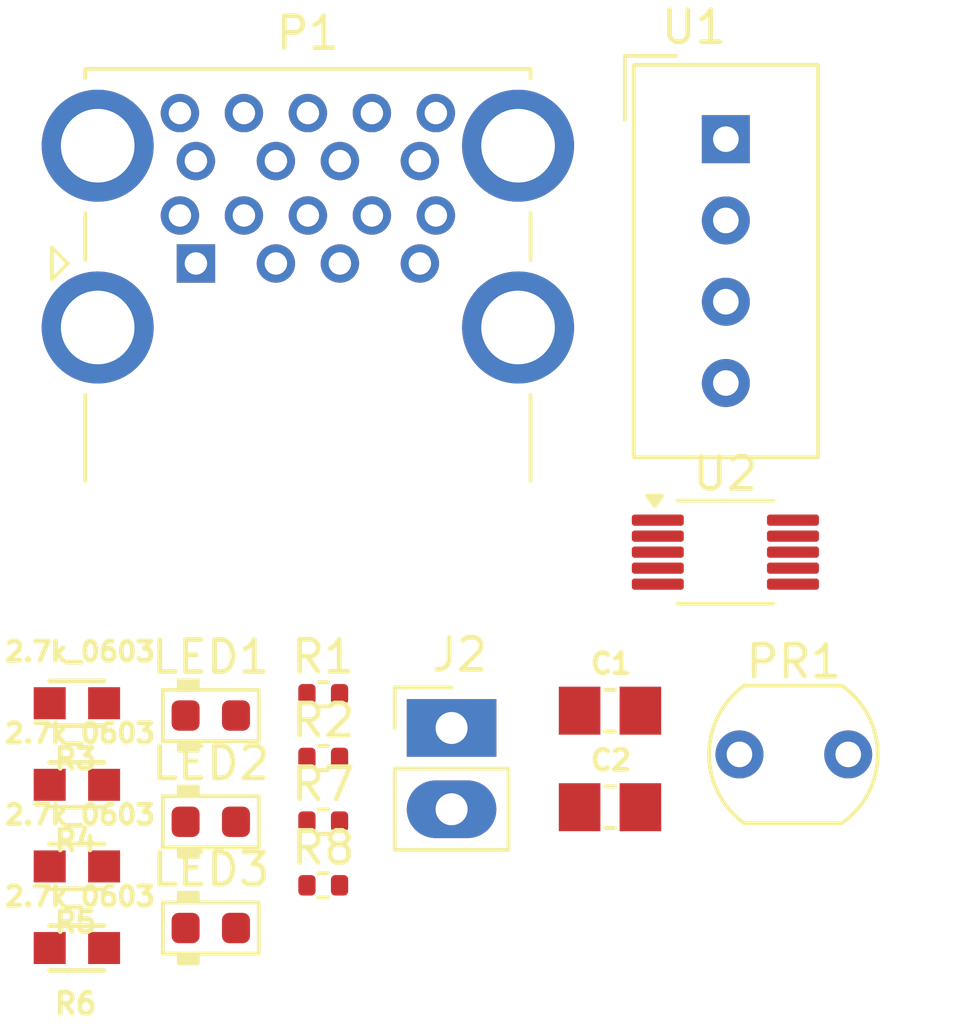
<source format=kicad_pcb>
(kicad_pcb (version 20240108) (generator "pcbnew") (generator_version "8.0")
  (layers (0 "F.Cu" signal) (31 "B.Cu" signal) (34 "B.Paste" user) (35 "F.Paste" user) (36 "B.SilkS" user "B.Silkscreen") (37 "F.SilkS" user "F.Silkscreen") (38 "B.Mask" user) (39 "F.Mask" user) (44 "Edge.Cuts" user))
  (net 0 "")
  (net 1 "GND")
  (net 2 "Net-(LED1-A)")
  (net 3 "+3.3V")
  (net 4 "Net-(LED1-K)")
  (net 5 "Net-(LED2-K)")
  (net 6 "Net-(LED3-K)")
  (net 7 "DHT GPIO")
  (net 8 "Lum GPIO")
  (net 9 "Net-(U2-STAT2)")
  (net 10 "Net-(U2-STAT1)")
  (net 11 "Net-(U2-~{PG})")
  (net 12 "Net-(U2-PROG)")
  (net 13 "Net-(U2-THERM)")
  (footprint "Resistor_SMD:R_0402_1005Metric" (layer "F.Cu") (at 120.79 91.29)
    (property "Reference" "R8" (at 0 -1.17 0) (layer "F.SilkS"))
    (property "Value" "10k_0402")
    (fp_line (start -0.153641 -0.38) (end 0.153641 -0.38) (stroke (width 0.12)) (layer "F.SilkS"))
    (fp_line (start -0.153641 0.38) (end 0.153641 0.38) (stroke (width 0.12)) (layer "F.SilkS"))
    (pad "1" smd roundrect (at -0.51 0) (size 0.54 0.64) (layers "F.Cu" "F.Paste" "F.Mask") (net 1 "GND"))
    (pad "2" smd roundrect (at 0.51 0) (size 0.54 0.64) (layers "F.Cu" "F.Paste" "F.Mask") (net 13 "Net-(U2-THERM)"))
  )
  (footprint "Connector_USB:USB3_A_Molex_48406-0001_Horizontal_Stacked" (layer "F.Cu") (at 116.81 71.86)
    (property "Reference" "P1" (at 3.5 -7.2 0) (layer "F.SilkS"))
    (property "Value" "USB_C_Plug_USB2.0")
    (fp_line (start -4.5 -0.5) (end -4.5 0.5) (stroke (width 0.12)) (layer "F.SilkS"))
    (fp_line (start -4.5 0.5) (end -4 0) (stroke (width 0.12)) (layer "F.SilkS"))
    (fp_line (start -4 0) (end -4.5 -0.5) (stroke (width 0.12)) (layer "F.SilkS"))
    (fp_line (start -3.46 -6.08) (end -3.46 -5.78) (stroke (width 0.12)) (layer "F.SilkS"))
    (fp_line (start -3.46 -6.08) (end 10.46 -6.08) (stroke (width 0.12)) (layer "F.SilkS"))
    (fp_line (start -3.46 -0.1) (end -3.46 -1.58) (stroke (width 0.12)) (layer "F.SilkS"))
    (fp_line (start -3.46 6.8) (end -3.46 4.1) (stroke (width 0.12)) (layer "F.SilkS"))
    (fp_line (start 10.46 -6.08) (end 10.46 -5.78) (stroke (width 0.12)) (layer "F.SilkS"))
    (fp_line (start 10.46 -0.1) (end 10.46 -1.58) (stroke (width 0.12)) (layer "F.SilkS"))
    (fp_line (start 10.46 6.8) (end 10.46 4.1) (stroke (width 0.12)) (layer "F.SilkS"))
    (pad "1" thru_hole rect (at 0 0) (size 1.2 1.2) (drill 0.7) (layers "*.Cu" "*.Mask"))
    (pad "2" thru_hole circle (at 2.5 0) (size 1.2 1.2) (drill 0.7) (layers "*.Cu" "*.Mask"))
    (pad "3" thru_hole circle (at 4.5 0) (size 1.2 1.2) (drill 0.7) (layers "*.Cu" "*.Mask"))
    (pad "4" thru_hole circle (at 7 0) (size 1.2 1.2) (drill 0.7) (layers "*.Cu" "*.Mask"))
    (pad "5" thru_hole circle (at 7.5 -1.5) (size 1.2 1.2) (drill 0.7) (layers "*.Cu" "*.Mask"))
    (pad "6" thru_hole circle (at 5.5 -1.5) (size 1.2 1.2) (drill 0.7) (layers "*.Cu" "*.Mask"))
    (pad "7" thru_hole circle (at 3.5 -1.5) (size 1.2 1.2) (drill 0.7) (layers "*.Cu" "*.Mask"))
    (pad "8" thru_hole circle (at 1.5 -1.5) (size 1.2 1.2) (drill 0.7) (layers "*.Cu" "*.Mask"))
    (pad "9" thru_hole circle (at -0.5 -1.5) (size 1.2 1.2) (drill 0.7) (layers "*.Cu" "*.Mask"))
    (pad "10" thru_hole circle (at 0 -3.2) (size 1.2 1.2) (drill 0.7) (layers "*.Cu" "*.Mask"))
    (pad "11" thru_hole circle (at 2.5 -3.2) (size 1.2 1.2) (drill 0.7) (layers "*.Cu" "*.Mask"))
    (pad "12" thru_hole circle (at 4.5 -3.2) (size 1.2 1.2) (drill 0.7) (layers "*.Cu" "*.Mask"))
    (pad "13" thru_hole circle (at 7 -3.2) (size 1.2 1.2) (drill 0.7) (layers "*.Cu" "*.Mask"))
    (pad "14" thru_hole circle (at 7.5 -4.7) (size 1.2 1.2) (drill 0.7) (layers "*.Cu" "*.Mask"))
    (pad "15" thru_hole circle (at 5.5 -4.7) (size 1.2 1.2) (drill 0.7) (layers "*.Cu" "*.Mask"))
    (pad "16" thru_hole circle (at 3.5 -4.7) (size 1.2 1.2) (drill 0.7) (layers "*.Cu" "*.Mask"))
    (pad "17" thru_hole circle (at 1.5 -4.7) (size 1.2 1.2) (drill 0.7) (layers "*.Cu" "*.Mask"))
    (pad "18" thru_hole circle (at -0.5 -4.7) (size 1.2 1.2) (drill 0.7) (layers "*.Cu" "*.Mask"))
    (pad "19" thru_hole circle (at -3.07 -3.68) (size 3.5 3.5) (drill 2.3) (layers "*.Cu" "*.Mask"))
    (pad "19" thru_hole circle (at -3.07 2) (size 3.5 3.5) (drill 2.3) (layers "*.Cu" "*.Mask"))
    (pad "19" thru_hole circle (at 10.07 -3.68) (size 3.5 3.5) (drill 2.3) (layers "*.Cu" "*.Mask"))
    (pad "19" thru_hole circle (at 10.07 2) (size 3.5 3.5) (drill 2.3) (layers "*.Cu" "*.Mask"))
  )
  (footprint "PCM_LED_SMD_AKL:LED_0603_1608Metric" (layer "F.Cu") (at 117.275 85.985)
    (property "Reference" "LED1" (at 0 -1.83 0) (layer "F.SilkS"))
    (property "Value" "LED_0603_Green" (hide yes))
    (fp_rect (start -1.5 -0.8) (end 1.5 0.8) (stroke (width 0.12)) (fill none) (layer "F.SilkS"))
    (fp_rect (start -1 -1.1) (end -0.4 -0.8) (stroke (width 0.12)) (fill solid) (layer "F.SilkS"))
    (fp_rect (start -1 0.8) (end -0.4 1.1) (stroke (width 0.12)) (fill solid) (layer "F.SilkS"))
    (pad "1" smd roundrect (at -0.7875 0) (size 0.875 0.95) (layers "F.Cu" "F.Paste" "F.Mask") (net 4 "Net-(LED1-K)"))
    (pad "2" smd roundrect (at 0.7875 0) (size 0.875 0.95) (layers "F.Cu" "F.Paste" "F.Mask") (net 2 "Net-(LED1-A)"))
  )
  (footprint "Resistor_SMD:R_0402_1005Metric" (layer "F.Cu") (at 120.79 87.31)
    (property "Reference" "R2" (at 0 -1.17 0) (layer "F.SilkS"))
    (property "Value" "10k_0402")
    (fp_line (start -0.153641 -0.38) (end 0.153641 -0.38) (stroke (width 0.12)) (layer "F.SilkS"))
    (fp_line (start -0.153641 0.38) (end 0.153641 0.38) (stroke (width 0.12)) (layer "F.SilkS"))
    (pad "1" smd roundrect (at -0.51 0) (size 0.54 0.64) (layers "F.Cu" "F.Paste" "F.Mask") (net 3 "+3.3V"))
    (pad "2" smd roundrect (at 0.51 0) (size 0.54 0.64) (layers "F.Cu" "F.Paste" "F.Mask") (net 8 "Lum GPIO"))
  )
  (footprint "PCM_4ms_Resistor:R_0603" (layer "F.Cu") (at 113.09 85.6)
    (property "Reference" "R3" (at -0.04 1.74 0) (layer "F.SilkS") (effects (font (size 0.65 0.65))))
    (property "Value" "2.7k_0603" (at 0.09 -1.61 0) (layer "F.SilkS") (effects (font (size 0.6 0.6))))
    (fp_line (start -0.85 -0.7) (end 0.85 -0.7) (stroke (width 0.15)) (layer "F.SilkS"))
    (fp_line (start 0.85 0.7) (end -0.85 0.7) (stroke (width 0.15)) (layer "F.SilkS"))
    (pad "1" smd rect (at -0.85 0) (size 1 1) (layers "F.Cu" "F.Paste" "F.Mask") (net 4 "Net-(LED1-K)"))
    (pad "2" smd rect (at 0.85 0) (size 1 1) (layers "F.Cu" "F.Paste" "F.Mask") (net 9 "Net-(U2-STAT2)"))
  )
  (footprint "Resistor_SMD:R_0402_1005Metric" (layer "F.Cu") (at 120.79 85.32)
    (property "Reference" "R1" (at 0 -1.17 0) (layer "F.SilkS"))
    (property "Value" "10k_0402")
    (fp_line (start -0.153641 -0.38) (end 0.153641 -0.38) (stroke (width 0.12)) (layer "F.SilkS"))
    (fp_line (start -0.153641 0.38) (end 0.153641 0.38) (stroke (width 0.12)) (layer "F.SilkS"))
    (pad "1" smd roundrect (at -0.51 0) (size 0.54 0.64) (layers "F.Cu" "F.Paste" "F.Mask") (net 3 "+3.3V"))
    (pad "2" smd roundrect (at 0.51 0) (size 0.54 0.64) (layers "F.Cu" "F.Paste" "F.Mask") (net 7 "DHT GPIO"))
  )
  (footprint "Package_SO:MSOP-10_3x3mm_P0.5mm" (layer "F.Cu") (at 133.36 80.88)
    (property "Reference" "U2" (at 0 -2.45 0) (layer "F.SilkS"))
    (property "Value" "MCP73833-xxx-UN")
    (fp_line (start 0 -1.61) (end -1.5 -1.61) (stroke (width 0.12)) (layer "F.SilkS"))
    (fp_line (start 0 -1.61) (end 1.5 -1.61) (stroke (width 0.12)) (layer "F.SilkS"))
    (fp_line (start 0 1.61) (end -1.5 1.61) (stroke (width 0.12)) (layer "F.SilkS"))
    (fp_line (start 0 1.61) (end 1.5 1.61) (stroke (width 0.12)) (layer "F.SilkS"))
    (fp_poly (pts (xy -2.2125 -1.435) (xy -2.4525 -1.765) (xy -1.9725 -1.765) (xy -2.2125 -1.435)) (stroke (width 0.12)) (fill solid) (layer "F.SilkS"))
    (pad "1" smd roundrect (at -2.1125 -1) (size 1.625 0.35) (layers "F.Cu" "F.Paste" "F.Mask") (net 2 "Net-(LED1-A)"))
    (pad "2" smd roundrect (at -2.1125 -0.5) (size 1.625 0.35) (layers "F.Cu" "F.Paste" "F.Mask") (net 2 "Net-(LED1-A)"))
    (pad "3" smd roundrect (at -2.1125 0) (size 1.625 0.35) (layers "F.Cu" "F.Paste" "F.Mask") (net 10 "Net-(U2-STAT1)"))
    (pad "4" smd roundrect (at -2.1125 0.5) (size 1.625 0.35) (layers "F.Cu" "F.Paste" "F.Mask") (net 9 "Net-(U2-STAT2)"))
    (pad "5" smd roundrect (at -2.1125 1) (size 1.625 0.35) (layers "F.Cu" "F.Paste" "F.Mask") (net 1 "GND"))
    (pad "6" smd roundrect (at 2.1125 1) (size 1.625 0.35) (layers "F.Cu" "F.Paste" "F.Mask") (net 12 "Net-(U2-PROG)"))
    (pad "7" smd roundrect (at 2.1125 0.5) (size 1.625 0.35) (layers "F.Cu" "F.Paste" "F.Mask") (net 11 "Net-(U2-~{PG})"))
    (pad "8" smd roundrect (at 2.1125 0) (size 1.625 0.35) (layers "F.Cu" "F.Paste" "F.Mask") (net 13 "Net-(U2-THERM)"))
    (pad "9" smd roundrect (at 2.1125 -0.5) (size 1.625 0.35) (layers "F.Cu" "F.Paste" "F.Mask") (net 3 "+3.3V"))
    (pad "10" smd roundrect (at 2.1125 -1) (size 1.625 0.35) (layers "F.Cu" "F.Paste" "F.Mask") (net 3 "+3.3V"))
  )
  (footprint "PCM_4ms_Resistor:R_0603" (layer "F.Cu") (at 113.09 88.15)
    (property "Reference" "R4" (at -0.04 1.74 0) (layer "F.SilkS") (effects (font (size 0.65 0.65))))
    (property "Value" "2.7k_0603" (at 0.09 -1.61 0) (layer "F.SilkS") (effects (font (size 0.6 0.6))))
    (fp_line (start -0.85 -0.7) (end 0.85 -0.7) (stroke (width 0.15)) (layer "F.SilkS"))
    (fp_line (start 0.85 0.7) (end -0.85 0.7) (stroke (width 0.15)) (layer "F.SilkS"))
    (pad "1" smd rect (at -0.85 0) (size 1 1) (layers "F.Cu" "F.Paste" "F.Mask") (net 5 "Net-(LED2-K)"))
    (pad "2" smd rect (at 0.85 0) (size 1 1) (layers "F.Cu" "F.Paste" "F.Mask") (net 10 "Net-(U2-STAT1)"))
  )
  (footprint "OptoDevice:R_LDR_5.1x4.3mm_P3.4mm_Vertical" (layer "F.Cu") (at 133.8 87.2)
    (property "Reference" "PR1" (at 1.7 -2.9 0) (layer "F.SilkS"))
    (property "Value" "~")
    (fp_line (start 0.15 -2.15) (end 3.2 -2.15) (stroke (width 0.12)) (layer "F.SilkS"))
    (fp_line (start 0.15 2.15) (end 3.2 2.15) (stroke (width 0.12)) (layer "F.SilkS"))
    (fp_arc (start 0.15 2.15) (mid -0.950438 -0.013368) (end 0.171766 -2.165525) (stroke (width 0.12)) (layer "F.SilkS"))
    (fp_arc (start 3.2 -2.15) (mid 4.321403 -0.027338) (end 3.244513 2.118249) (stroke (width 0.12)) (layer "F.SilkS"))
    (pad "1" thru_hole circle (at 0 0) (size 1.5 1.5) (drill 0.8) (layers "*.Cu" "*.Mask"))
    (pad "2" thru_hole circle (at 3.4 0) (size 1.5 1.5) (drill 0.8) (layers "*.Cu" "*.Mask"))
  )
  (footprint "capa10uf6.3v_CC0805KKX5R5BB106:CAPC2012X70" (layer "F.Cu") (at 129.7534 88.8502)
    (property "Reference" "C2" (at 0.03 -1.47 0) (layer "F.SilkS") (effects (font (size 0.629921 0.629921))))
    (property "Value" "10uF 6.3V")
    (fp_line (start -0.15 -0.65) (end 0.15 -0.65) (stroke (width 0.127)) (layer "F.SilkS"))
    (fp_line (start -0.15 0.65) (end 0.15 0.65) (stroke (width 0.127)) (layer "F.SilkS"))
    (pad "1" smd rect (at -0.95 0) (size 1.3 1.5) (layers "F.Cu" "F.Paste" "F.Mask") (net 3 "+3.3V"))
    (pad "2" smd rect (at 0.95 0) (size 1.3 1.5) (layers "F.Cu" "F.Paste" "F.Mask") (net 1 "GND"))
  )
  (footprint "PCM_4ms_Resistor:R_0603" (layer "F.Cu") (at 113.09 90.7)
    (property "Reference" "R5" (at -0.04 1.74 0) (layer "F.SilkS") (effects (font (size 0.65 0.65))))
    (property "Value" "2.7k_0603" (at 0.09 -1.61 0) (layer "F.SilkS") (effects (font (size 0.6 0.6))))
    (fp_line (start -0.85 -0.7) (end 0.85 -0.7) (stroke (width 0.15)) (layer "F.SilkS"))
    (fp_line (start 0.85 0.7) (end -0.85 0.7) (stroke (width 0.15)) (layer "F.SilkS"))
    (pad "1" smd rect (at -0.85 0) (size 1 1) (layers "F.Cu" "F.Paste" "F.Mask") (net 6 "Net-(LED3-K)"))
    (pad "2" smd rect (at 0.85 0) (size 1 1) (layers "F.Cu" "F.Paste" "F.Mask") (net 11 "Net-(U2-~{PG})"))
  )
  (footprint "PCM_LED_SMD_AKL:LED_0603_1608Metric" (layer "F.Cu") (at 117.275 89.305)
    (property "Reference" "LED2" (at 0 -1.83 0) (layer "F.SilkS"))
    (property "Value" "LED_0603_Yellow" (hide yes))
    (fp_rect (start -1.5 -0.8) (end 1.5 0.8) (stroke (width 0.12)) (fill none) (layer "F.SilkS"))
    (fp_rect (start -1 -1.1) (end -0.4 -0.8) (stroke (width 0.12)) (fill solid) (layer "F.SilkS"))
    (fp_rect (start -1 0.8) (end -0.4 1.1) (stroke (width 0.12)) (fill solid) (layer "F.SilkS"))
    (pad "1" smd roundrect (at -0.7875 0) (size 0.875 0.95) (layers "F.Cu" "F.Paste" "F.Mask") (net 5 "Net-(LED2-K)"))
    (pad "2" smd roundrect (at 0.7875 0) (size 0.875 0.95) (layers "F.Cu" "F.Paste" "F.Mask") (net 2 "Net-(LED1-A)"))
  )
  (footprint "capa10uf6.3v_CC0805KKX5R5BB106:CAPC2012X70" (layer "F.Cu") (at 129.7534 85.8334)
    (property "Reference" "C1" (at 0.03 -1.47 0) (layer "F.SilkS") (effects (font (size 0.629921 0.629921))))
    (property "Value" "10uF 6.3V")
    (fp_line (start -0.15 -0.65) (end 0.15 -0.65) (stroke (width 0.127)) (layer "F.SilkS"))
    (fp_line (start -0.15 0.65) (end 0.15 0.65) (stroke (width 0.127)) (layer "F.SilkS"))
    (pad "1" smd rect (at -0.95 0) (size 1.3 1.5) (layers "F.Cu" "F.Paste" "F.Mask") (net 2 "Net-(LED1-A)"))
    (pad "2" smd rect (at 0.95 0) (size 1.3 1.5) (layers "F.Cu" "F.Paste" "F.Mask") (net 1 "GND"))
  )
  (footprint "PCM_4ms_Resistor:R_0603" (layer "F.Cu") (at 113.09 93.25)
    (property "Reference" "R6" (at -0.04 1.74 0) (layer "F.SilkS") (effects (font (size 0.65 0.65))))
    (property "Value" "2.7k_0603" (at 0.09 -1.61 0) (layer "F.SilkS") (effects (font (size 0.6 0.6))))
    (fp_line (start -0.85 -0.7) (end 0.85 -0.7) (stroke (width 0.15)) (layer "F.SilkS"))
    (fp_line (start 0.85 0.7) (end -0.85 0.7) (stroke (width 0.15)) (layer "F.SilkS"))
    (pad "1" smd rect (at -0.85 0) (size 1 1) (layers "F.Cu" "F.Paste" "F.Mask") (net 12 "Net-(U2-PROG)"))
    (pad "2" smd rect (at 0.85 0) (size 1 1) (layers "F.Cu" "F.Paste" "F.Mask") (net 1 "GND"))
  )
  (footprint "Sensor:Aosong_DHT11_5.5x12.0_P2.54mm" (layer "F.Cu") (at 133.375 67.975)
    (property "Reference" "U1" (at -1 -3.5 0) (layer "F.SilkS"))
    (property "Value" "DHT22")
    (fp_line (start -3.16 -2.6) (end -3.16 -0.6) (stroke (width 0.12)) (layer "F.SilkS"))
    (fp_line (start -3.16 -2.6) (end -1.55 -2.6) (stroke (width 0.12)) (layer "F.SilkS"))
    (fp_line (start -2.88 9.94) (end -2.88 -2.31) (stroke (width 0.12)) (layer "F.SilkS"))
    (fp_line (start -2.87 -2.32) (end 2.87 -2.32) (stroke (width 0.12)) (layer "F.SilkS"))
    (fp_line (start 2.88 -2.32) (end 2.88 9.94) (stroke (width 0.12)) (layer "F.SilkS"))
    (fp_line (start 2.88 9.94) (end -2.88 9.94) (stroke (width 0.12)) (layer "F.SilkS"))
    (pad "1" thru_hole rect (at 0 0) (size 1.5 1.5) (drill 0.8) (layers "*.Cu" "*.Mask") (net 3 "+3.3V"))
    (pad "2" thru_hole circle (at 0 2.54) (size 1.5 1.5) (drill 0.8) (layers "*.Cu" "*.Mask") (net 7 "DHT GPIO"))
    (pad "3" thru_hole circle (at 0 5.08) (size 1.5 1.5) (drill 0.8) (layers "*.Cu" "*.Mask"))
    (pad "4" thru_hole circle (at 0 7.62) (size 1.5 1.5) (drill 0.8) (layers "*.Cu" "*.Mask") (net 1 "GND"))
  )
  (footprint "PCM_SL_Connectors:PinHeader_1x02_P2.54mm_Vertical" (layer "F.Cu") (at 124.802 86.374)
    (property "Reference" "J2" (at 0.254 -2.286 0) (layer "F.SilkS"))
    (property "Value" "BATT")
    (fp_line (start -1.778 -1.27) (end 0 -1.27) (stroke (width 0.12)) (layer "F.SilkS"))
    (fp_line (start -1.778 0) (end -1.778 -1.27) (stroke (width 0.12)) (layer "F.SilkS"))
    (fp_rect (start -1.778 1.27) (end 1.778 3.81) (stroke (width 0.12)) (fill none) (layer "F.SilkS"))
    (pad "1" thru_hole rect (at 0 0) (size 2.8 1.8) (drill 1) (layers "*.Cu" "*.Mask") (net 3 "+3.3V"))
    (pad "2" thru_hole oval (at 0 2.54) (size 2.8 1.8) (drill 1) (layers "*.Cu" "*.Mask") (net 1 "GND"))
  )
  (footprint "Resistor_SMD:R_0402_1005Metric" (layer "F.Cu") (at 120.79 89.3)
    (property "Reference" "R7" (at 0 -1.17 0) (layer "F.SilkS"))
    (property "Value" "10k_0402")
    (fp_line (start -0.153641 -0.38) (end 0.153641 -0.38) (stroke (width 0.12)) (layer "F.SilkS"))
    (fp_line (start -0.153641 0.38) (end 0.153641 0.38) (stroke (width 0.12)) (layer "F.SilkS"))
    (pad "1" smd roundrect (at -0.51 0) (size 0.54 0.64) (layers "F.Cu" "F.Paste" "F.Mask") (net 1 "GND"))
    (pad "2" smd roundrect (at 0.51 0) (size 0.54 0.64) (layers "F.Cu" "F.Paste" "F.Mask") (net 12 "Net-(U2-PROG)"))
  )
  (footprint "PCM_LED_SMD_AKL:LED_0603_1608Metric" (layer "F.Cu") (at 117.275 92.625)
    (property "Reference" "LED3" (at 0 -1.83 0) (layer "F.SilkS"))
    (property "Value" "LED_0603_Red" (hide yes))
    (fp_rect (start -1.5 -0.8) (end 1.5 0.8) (stroke (width 0.12)) (fill none) (layer "F.SilkS"))
    (fp_rect (start -1 -1.1) (end -0.4 -0.8) (stroke (width 0.12)) (fill solid) (layer "F.SilkS"))
    (fp_rect (start -1 0.8) (end -0.4 1.1) (stroke (width 0.12)) (fill solid) (layer "F.SilkS"))
    (pad "1" smd roundrect (at -0.7875 0) (size 0.875 0.95) (layers "F.Cu" "F.Paste" "F.Mask") (net 6 "Net-(LED3-K)"))
    (pad "2" smd roundrect (at 0.7875 0) (size 0.875 0.95) (layers "F.Cu" "F.Paste" "F.Mask") (net 2 "Net-(LED1-A)"))
  )
)
</source>
